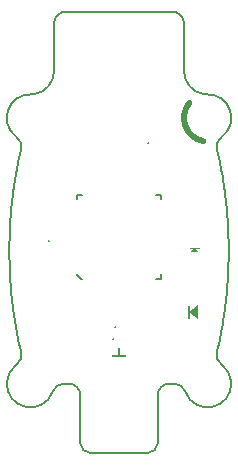
<source format=gto>
G04*
G04 #@! TF.GenerationSoftware,Altium Limited,Altium Designer,21.5.1 (32)*
G04*
G04 Layer_Color=65535*
%FSAX25Y25*%
%MOIN*%
G70*
G04*
G04 #@! TF.SameCoordinates,4E6474E7-3770-4CE9-8705-8CFC98EF6C10*
G04*
G04*
G04 #@! TF.FilePolarity,Positive*
G04*
G01*
G75*
%ADD10C,0.01968*%
%ADD11C,0.00591*%
%ADD12C,0.00787*%
%ADD13C,0.00394*%
G36*
X0010016Y0035685D02*
X0008884D01*
X0009573Y0036374D01*
X0010016D01*
Y0035685D01*
D02*
G37*
G36*
X-0022933Y0003297D02*
Y0002854D01*
X-0023622D01*
Y0003986D01*
X-0022933Y0003297D01*
D02*
G37*
G36*
X0026772Y-0000394D02*
X0023622D01*
X0025197Y0000787D01*
X0026772Y-0000394D01*
D02*
G37*
G36*
X0026453Y-0022835D02*
X0026378Y-0022779D01*
Y-0022835D01*
X0023228Y-0020472D01*
X0026378Y-0018110D01*
Y-0018166D01*
X0026453Y-0018110D01*
Y-0022835D01*
D02*
G37*
G36*
X-0000886Y-0025689D02*
X-0002018D01*
X-0001329Y-0025000D01*
X-0000886D01*
Y-0025689D01*
D02*
G37*
G36*
X0000197Y-0034843D02*
X0002362Y-0034842D01*
X0002362Y-0035335D01*
X-0002362D01*
Y-0034843D01*
X-0000197D01*
Y-0032480D01*
X0000197D01*
X0000197Y-0034843D01*
D02*
G37*
D10*
X0023496Y0049353D02*
G03*
X0028160Y0036537I0006032J-0005061D01*
G01*
D11*
X-0001845Y-0029561D02*
G03*
X-0001845Y-0029561I-0000197J0000000D01*
G01*
D12*
X0023228Y-0022441D02*
Y-0018504D01*
Y-0019882D02*
Y-0018504D01*
X-0013976Y-0008071D02*
X-0012795Y-0009252D01*
X-0012402D01*
X0012402D02*
X0013976D01*
Y-0007677D01*
Y0017126D02*
Y0018701D01*
X0012402D02*
X0013976D01*
X-0013976D02*
X-0012402D01*
X-0013976Y0017126D02*
Y0018701D01*
Y-0008071D02*
Y-0007677D01*
X0023303Y-0019882D02*
Y-0018504D01*
Y-0022441D02*
Y-0018504D01*
Y-0019882D02*
Y-0018504D01*
X-0017715Y0079726D02*
G03*
X-0021654Y0075787I0000000J-0003938D01*
G01*
X-0034152Y-0037918D02*
G03*
X-0037374Y-0043632I0004625J-0006373D01*
G01*
X0016811Y-0044291D02*
G03*
X0012874Y-0048228I0000000J-0003937D01*
G01*
X0021654Y0075787D02*
G03*
X0017715Y0079726I-0003938J0000000D01*
G01*
X0034152Y0037918D02*
G03*
X0032640Y0033797I0002312J-0003187D01*
G01*
X-0034152Y-0037918D02*
G03*
X-0032640Y-0033797I-0002312J0003187D01*
G01*
X0009729Y-0067323D02*
G03*
X0012874Y-0064177I0000000J0003145D01*
G01*
X0032640Y-0033797D02*
G03*
X0034152Y-0037918I0003824J-0000935D01*
G01*
X-0012874Y-0064177D02*
G03*
X-0009729Y-0067323I0003145J0000000D01*
G01*
X-0032640Y0033797D02*
G03*
X-0034152Y0037918I-0003824J0000935D01*
G01*
X0037367Y-0043558D02*
G03*
X0034152Y-0037918I-0007840J-0000734D01*
G01*
X-0029035Y0052150D02*
G03*
X-0034152Y0037918I-0000493J-0007859D01*
G01*
X-0012874Y-0048228D02*
G03*
X-0016811Y-0044291I-0003937J0000000D01*
G01*
X0021654Y0059953D02*
G03*
X0028362Y0052165I0007874J0000000D01*
G01*
X-0029035Y0052150D02*
G03*
X-0028362Y0052165I0000246J0003929D01*
G01*
X0022104Y-0046916D02*
G03*
X0037367Y-0043560I0007423J0002625D01*
G01*
X-0018392Y-0044291D02*
G03*
X-0022104Y-0046916I0000000J-0003937D01*
G01*
X0028362Y0052165D02*
G03*
X0029035Y0052150I0000426J0003914D01*
G01*
X0022104Y-0046916D02*
G03*
X0018392Y-0044291I-0003712J-0001312D01*
G01*
X-0037374Y-0043633D02*
G03*
X-0022104Y-0046916I0007846J-0000658D01*
G01*
X0034152Y0037918D02*
G03*
X0029035Y0052150I-0004625J0006373D01*
G01*
X-0028362Y0052165D02*
G03*
X-0021654Y0059953I-0001165J0007787D01*
G01*
Y0075787D01*
X0033507Y0029989D02*
X0033641Y0029344D01*
X-0033507Y0029989D02*
X-0033370Y0030630D01*
X0034269Y0026086D02*
X0034386Y0025428D01*
X-0034269Y0026086D02*
X-0034150Y0026743D01*
X0034924Y0022102D02*
X0035023Y0021431D01*
X0035118Y0020759D01*
X-0034924Y0022102D02*
X-0034823Y0022772D01*
X-0035840Y0014628D02*
X-0035773Y0015315D01*
X0036227Y0009787D02*
X0036270Y0009091D01*
X-0036182Y0010482D02*
X-0036133Y0011175D01*
X0036437Y0005603D02*
X0036461Y0004904D01*
X-0036410Y0006302D02*
X-0036380Y0007000D01*
X0036532Y0001402D02*
X0036537Y0000701D01*
X-0036524Y0002103D02*
X-0036513Y0002804D01*
X0036499Y-0003504D02*
X0036513Y-0002804D01*
X0036132Y-0011175D02*
X0036182Y-0010482D01*
X-0036228Y-0009787D02*
X-0036182Y-0010482D01*
X0035772Y-0015315D02*
X0035840Y-0014628D01*
X-0035905Y-0013940D02*
X-0035840Y-0014628D01*
X0035300Y-0019407D02*
X0035387Y-0018729D01*
X-0035470Y-0018049D02*
X-0035387Y-0018729D01*
X0034610Y-0024104D02*
X0034718Y-0023439D01*
X0033229Y-0031269D02*
X0033370Y-0030630D01*
X-0033641Y-0029344D02*
X-0033507Y-0029989D01*
X-0032792Y-0033169D02*
X-0032640Y-0033797D01*
X0016811Y-0044291D02*
X0018392D01*
X0032792Y0033169D02*
X0032940Y0032539D01*
X0033641Y0029344D02*
X0033773Y0028698D01*
X-0033370Y0030630D02*
X-0033230Y0031269D01*
X0034386Y0025428D02*
X0034500Y0024767D01*
X-0034150Y0026743D02*
X-0034027Y0027397D01*
X-0034823Y0022772D02*
X-0034718Y0023439D01*
X0035550Y0017368D02*
X0035627Y0016685D01*
X-0035387Y0018729D02*
X-0035301Y0019407D01*
X0035967Y0013250D02*
X0036025Y0012560D01*
X0036270Y0009091D02*
X0036310Y0008395D01*
X-0036380Y0007000D02*
X-0036346Y0007698D01*
X0036461Y0004904D02*
X0036481Y0004204D01*
X-0036513Y0002804D02*
X-0036499Y0003504D01*
X-0036537Y-0000701D02*
X-0036532Y-0001402D01*
X0036346Y-0007698D02*
X0036380Y-0007000D01*
X-0036461Y-0004904D02*
X-0036437Y-0005603D01*
X0036080Y-0011868D02*
X0036132Y-0011175D01*
X0035701Y-0016001D02*
X0035772Y-0015315D01*
X-0035967Y-0013250D02*
X-0035905Y-0013940D01*
X0035211Y-0020084D02*
X0035300Y-0019407D01*
X-0035550Y-0017368D02*
X-0035470Y-0018049D01*
X-0035023Y-0021431D02*
X-0034924Y-0022102D01*
X0033901Y-0028048D02*
X0034027Y-0027397D01*
X-0034386Y-0025428D02*
X-0034269Y-0026086D01*
X0033086Y-0031905D02*
X0033229Y-0031269D01*
X-0032941Y-0032539D02*
X-0032792Y-0033169D01*
X0012874Y-0064177D02*
Y-0048228D01*
X-0017715Y0079724D02*
X0017715D01*
X0032940Y0032539D02*
X0033086Y0031905D01*
X0033773Y0028698D02*
X0033901Y0028048D01*
X-0034718Y0023439D02*
X-0034610Y0024104D01*
X0035118Y0020759D02*
X0035211Y0020084D01*
X-0035301Y0019407D02*
X-0035211Y0020084D01*
X0035627Y0016685D02*
X0035701Y0016001D01*
X-0035773Y0015315D02*
X-0035702Y0016001D01*
X0036025Y0012560D02*
X0036080Y0011868D01*
X-0036133Y0011175D02*
X-0036081Y0011868D01*
X0036310Y0008395D02*
X0036346Y0007698D01*
X-0036499Y0003504D02*
X-0036481Y0004204D01*
X0036537Y0000701D02*
X0036538Y0000000D01*
X-0036538D02*
X-0036537Y-0000701D01*
X0036481Y-0004204D02*
X0036499Y-0003504D01*
X-0036481Y-0004204D02*
X-0036461Y-0004904D01*
X0036310Y-0008395D02*
X0036346Y-0007698D01*
X-0036270Y-0009091D02*
X-0036228Y-0009787D01*
X0036025Y-0012560D02*
X0036080Y-0011868D01*
X-0035628Y-0016685D02*
X-0035550Y-0017368D01*
X-0035119Y-0020759D02*
X-0035023Y-0021431D01*
X0034500Y-0024767D02*
X0034610Y-0024104D01*
X-0034500Y-0024767D02*
X-0034386Y-0025428D01*
X0033773Y-0028698D02*
X0033901Y-0028048D01*
X-0033773Y-0028698D02*
X-0033641Y-0029344D01*
X0032940Y-0032539D02*
X0033086Y-0031905D01*
X0021654Y0059953D02*
Y0075787D01*
X-0033230Y0031269D02*
X-0033086Y0031905D01*
X-0034027Y0027397D02*
X-0033902Y0028048D01*
X0034500Y0024767D02*
X0034610Y0024104D01*
X0035211Y0020084D02*
X0035300Y0019407D01*
X-0035211Y0020084D02*
X-0035119Y0020759D01*
X0035701Y0016001D02*
X0035772Y0015315D01*
X-0035702Y0016001D02*
X-0035628Y0016685D01*
X-0036081Y0011868D02*
X-0036025Y0012560D01*
X-0036346Y0007698D02*
X-0036310Y0008395D01*
X0036481Y0004204D02*
X0036499Y0003504D01*
X0036537Y-0000701D02*
X0036538Y0000000D01*
X0036461Y-0004904D02*
X0036481Y-0004204D01*
X-0036499Y-0003504D02*
X-0036481Y-0004204D01*
X0036270Y-0009091D02*
X0036310Y-0008395D01*
X-0036310D02*
X-0036270Y-0009091D01*
X-0036025Y-0012560D02*
X-0035967Y-0013250D01*
X0035627Y-0016685D02*
X0035701Y-0016001D01*
X0035118Y-0020759D02*
X0035211Y-0020084D01*
X0034386Y-0025428D02*
X0034500Y-0024767D01*
X-0034610Y-0024104D02*
X-0034500Y-0024767D01*
X0033641Y-0029344D02*
X0033773Y-0028698D01*
X-0033902Y-0028048D02*
X-0033773Y-0028698D01*
X-0033086Y-0031905D02*
X-0032941Y-0032539D01*
X-0009729Y-0067323D02*
X0009729D01*
X0033086Y0031905D02*
X0033229Y0031269D01*
X-0033086Y0031905D02*
X-0032941Y0032539D01*
X0033901Y0028048D02*
X0034027Y0027397D01*
X-0033902Y0028048D02*
X-0033773Y0028698D01*
X0034610Y0024104D02*
X0034718Y0023439D01*
X-0034610Y0024104D02*
X-0034500Y0024767D01*
X0035300Y0019407D02*
X0035387Y0018729D01*
X0036080Y0011868D02*
X0036132Y0011175D01*
X-0036025Y0012560D02*
X-0035967Y0013250D01*
X0036346Y0007698D02*
X0036380Y0007000D01*
X-0036310Y0008395D02*
X-0036270Y0009091D01*
X0036499Y0003504D02*
X0036513Y0002804D01*
X-0036481Y0004204D02*
X-0036461Y0004904D01*
X0036532Y-0001402D02*
X0036537Y-0000701D01*
X-0036538Y0000000D02*
X-0036537Y0000701D01*
X-0036346Y-0007698D02*
X-0036310Y-0008395D01*
X0035967Y-0013250D02*
X0036025Y-0012560D01*
X-0036081Y-0011868D02*
X-0036025Y-0012560D01*
X0035550Y-0017368D02*
X0035627Y-0016685D01*
X-0035702Y-0016001D02*
X-0035628Y-0016685D01*
X0035023Y-0021431D02*
X0035118Y-0020759D01*
X-0035211Y-0020084D02*
X-0035119Y-0020759D01*
X-0034027Y-0027397D02*
X-0033902Y-0028048D01*
X0032792Y-0033169D02*
X0032940Y-0032539D01*
X-0033230Y-0031269D02*
X-0033086Y-0031905D01*
X-0012874Y-0064177D02*
Y-0048228D01*
X0033229Y0031269D02*
X0033370Y0030630D01*
X0034027Y0027397D02*
X0034150Y0026743D01*
X-0033773Y0028698D02*
X-0033641Y0029344D01*
X0034718Y0023439D02*
X0034823Y0022772D01*
X-0034500Y0024767D02*
X-0034386Y0025428D01*
X-0035119Y0020759D02*
X-0035023Y0021431D01*
X0035772Y0015315D02*
X0035840Y0014628D01*
X-0035628Y0016685D02*
X-0035550Y0017368D01*
X0036132Y0011175D02*
X0036182Y0010482D01*
X-0036270Y0009091D02*
X-0036228Y0009787D01*
X0036380Y0007000D02*
X0036410Y0006302D01*
X-0036461Y0004904D02*
X-0036437Y0005603D01*
X0036513Y0002804D02*
X0036524Y0002103D01*
X-0036537Y0000701D02*
X-0036532Y0001402D01*
X0036437Y-0005603D02*
X0036461Y-0004904D01*
X-0036513Y-0002804D02*
X-0036499Y-0003504D01*
X0036227Y-0009787D02*
X0036270Y-0009091D01*
X0035905Y-0013940D02*
X0035967Y-0013250D01*
X-0036133Y-0011175D02*
X-0036081Y-0011868D01*
X0035470Y-0018049D02*
X0035550Y-0017368D01*
X-0035773Y-0015315D02*
X-0035702Y-0016001D01*
X-0035301Y-0019407D02*
X-0035211Y-0020084D01*
X0034269Y-0026086D02*
X0034386Y-0025428D01*
X-0034718Y-0023439D02*
X-0034610Y-0024104D01*
X0033507Y-0029989D02*
X0033641Y-0029344D01*
X0032640Y-0033797D02*
X0032792Y-0033169D01*
X-0018392Y-0044291D02*
X-0016811D01*
X-0032941Y0032539D02*
X-0032792Y0033169D01*
X0033370Y0030630D02*
X0033507Y0029989D01*
X-0034386Y0025428D02*
X-0034269Y0026086D01*
X-0035023Y0021431D02*
X-0034924Y0022102D01*
X0035387Y0018729D02*
X0035470Y0018049D01*
X-0035550Y0017368D02*
X-0035470Y0018049D01*
X0035840Y0014628D02*
X0035905Y0013940D01*
X-0035967Y0013250D02*
X-0035905Y0013940D01*
X0036182Y0010482D02*
X0036227Y0009787D01*
X-0036532Y0001402D02*
X-0036524Y0002103D01*
X0036524Y-0002103D02*
X0036532Y-0001402D01*
X-0036524Y-0002103D02*
X-0036513Y-0002804D01*
X0036410Y-0006302D02*
X0036437Y-0005603D01*
X-0036410Y-0006302D02*
X-0036380Y-0007000D01*
X-0036346Y-0007698D01*
X0036182Y-0010482D02*
X0036227Y-0009787D01*
X0035840Y-0014628D02*
X0035905Y-0013940D01*
X-0035387Y-0018729D02*
X-0035301Y-0019407D01*
X0034924Y-0022102D02*
X0035023Y-0021431D01*
X-0034823Y-0022772D02*
X-0034718Y-0023439D01*
X0034150Y-0026743D02*
X0034269Y-0026086D01*
X-0034150Y-0026743D02*
X-0034027Y-0027397D01*
X0033370Y-0030630D02*
X0033507Y-0029989D01*
X-0033370Y-0030630D02*
X-0033230Y-0031269D01*
X0037367Y-0043560D02*
Y-0043558D01*
X0032640Y0033797D02*
X0032792Y0033169D01*
X-0032792D02*
X-0032640Y0033797D01*
X-0033641Y0029344D02*
X-0033507Y0029989D01*
X0034150Y0026743D02*
X0034269Y0026086D01*
X0034823Y0022772D02*
X0034924Y0022102D01*
X0035470Y0018049D02*
X0035550Y0017368D01*
X-0035470Y0018049D02*
X-0035387Y0018729D01*
X0035905Y0013940D02*
X0035967Y0013250D01*
X-0035905Y0013940D02*
X-0035840Y0014628D01*
X-0036228Y0009787D02*
X-0036182Y0010482D01*
X0036410Y0006302D02*
X0036437Y0005603D01*
X-0036437D02*
X-0036410Y0006302D01*
X0036524Y0002103D02*
X0036532Y0001402D01*
X0036513Y-0002804D02*
X0036524Y-0002103D01*
X-0036532Y-0001402D02*
X-0036524Y-0002103D01*
X0036380Y-0007000D02*
X0036410Y-0006302D01*
X-0036437Y-0005603D02*
X-0036410Y-0006302D01*
X-0036182Y-0010482D02*
X-0036133Y-0011175D01*
X-0035840Y-0014628D02*
X-0035773Y-0015315D01*
X0035387Y-0018729D02*
X0035470Y-0018049D01*
X0034823Y-0022772D02*
X0034924Y-0022102D01*
X0034718Y-0023439D02*
X0034823Y-0022772D01*
X-0034924Y-0022102D02*
X-0034823Y-0022772D01*
X0034027Y-0027397D02*
X0034150Y-0026743D01*
X-0034269Y-0026086D02*
X-0034150Y-0026743D01*
X-0033507Y-0029989D02*
X-0033370Y-0030630D01*
X-0037374Y-0043633D02*
Y-0043632D01*
D13*
X0023622Y0000787D02*
X0026772D01*
M02*

</source>
